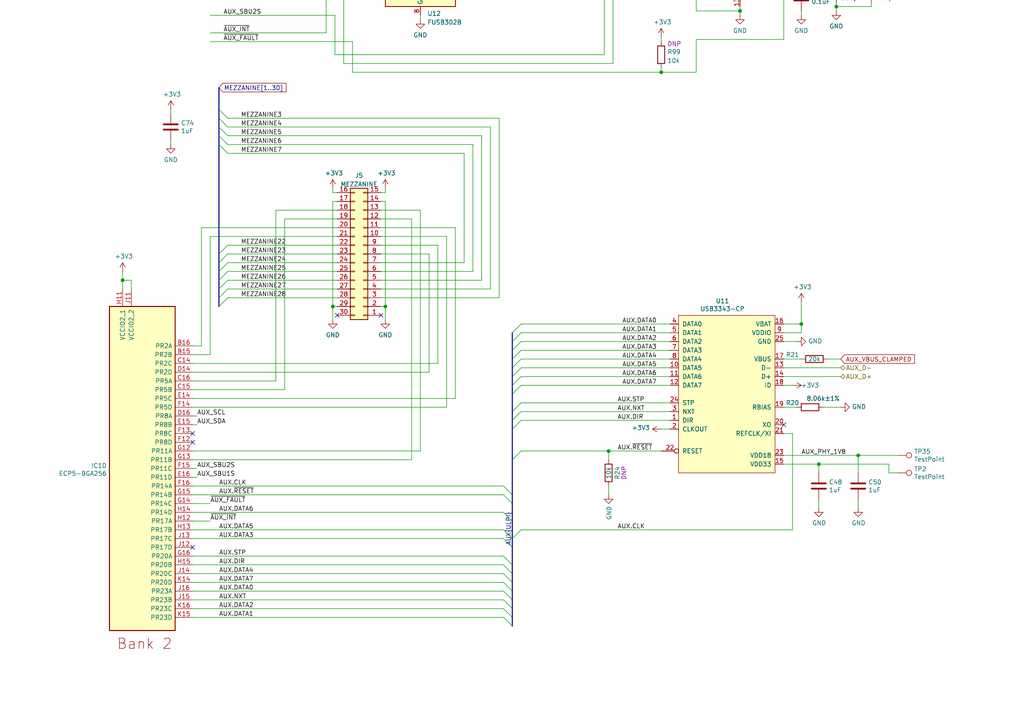
<source format=kicad_sch>
(kicad_sch (version 20211123) (generator eeschema)
  (paper "A4")
  (title_block (title "LUNA USB Multitool") (date "${DATE}") (rev "${VERSION}") (company "Copyright 2019-2023 Great Scott Gadgets") (comment 1 "Licensed under the CERN-OHL-P v2"))
  (junction (at 251.46 -30.48))
  (junction (at 242.57 -10.795))
  (junction (at 252.73 -8.255))
  (junction (at 237.49 134.62))
  (junction (at 176.53 130.81))
  (junction (at 140.97 -25.4))
  (junction (at 35.56 81.28))
  (junction (at 96.52 88.9))
  (junction (at 251.46 -40.64))
  (junction (at 240.03 -30.48))
  (junction (at 214.63 3.175))
  (junction (at 240.03 -40.64))
  (junction (at 242.57 1.905))
  (junction (at 111.76 88.9))
  (junction (at 262.89 -30.48))
  (junction (at 262.89 -40.64))
  (junction (at 248.92 132.08))
  (junction (at 191.77 20.955))
  (junction (at 170.18 -25.4))
  (junction (at 104.775 -3.175))
  (junction (at 97.155 -19.685))
  (junction (at 97.155 -5.715))
  (junction (at 89.535 -8.255))
  (junction (at 89.535 -19.685))
  (junction (at 232.41 93.98))
  (junction (at 124.46 -25.4))
  (no_connect (at 55.88 125.73))
  (no_connect (at 55.88 158.75))
  (no_connect (at 55.88 128.27))
  (no_connect (at 97.79 91.44))
  (no_connect (at 227.33 123.19))
  (no_connect (at 110.49 91.44))
  (bus_entry (at 146.05 166.37) (size 2.54 2.54))
  (bus_entry (at 148.59 124.46) (size 2.54 -2.54))
  (bus_entry (at 148.59 101.6) (size 2.54 -2.54))
  (bus_entry (at 146.05 161.29) (size 2.54 2.54))
  (bus_entry (at 146.05 168.91) (size 2.54 2.54))
  (bus_entry (at 146.05 153.67) (size 2.54 2.54))
  (bus_entry (at 63.5 36.83) (size 2.54 2.54))
  (bus_entry (at 63.5 88.9) (size 2.54 -2.54))
  (bus_entry (at 151.13 130.81) (size -2.54 2.54))
  (bus_entry (at 146.05 140.97) (size 2.54 2.54))
  (bus_entry (at 148.59 114.3) (size 2.54 -2.54))
  (bus_entry (at 148.59 119.38) (size 2.54 -2.54))
  (bus_entry (at 148.59 156.21) (size 2.54 -2.54))
  (bus_entry (at 63.5 81.28) (size 2.54 -2.54))
  (bus_entry (at 63.5 86.36) (size 2.54 -2.54))
  (bus_entry (at 146.05 163.83) (size 2.54 2.54))
  (bus_entry (at 146.05 156.21) (size 2.54 2.54))
  (bus_entry (at 148.59 121.92) (size 2.54 -2.54))
  (bus_entry (at 146.05 148.59) (size 2.54 2.54))
  (bus_entry (at 148.59 106.68) (size 2.54 -2.54))
  (bus_entry (at 63.5 83.82) (size 2.54 -2.54))
  (bus_entry (at 63.5 34.29) (size 2.54 2.54))
  (bus_entry (at 146.05 143.51) (size 2.54 2.54))
  (bus_entry (at 63.5 31.75) (size 2.54 2.54))
  (bus_entry (at 146.05 173.99) (size 2.54 2.54))
  (bus_entry (at 63.5 76.2) (size 2.54 -2.54))
  (bus_entry (at 146.05 171.45) (size 2.54 2.54))
  (bus_entry (at 63.5 41.91) (size 2.54 2.54))
  (bus_entry (at 148.59 104.14) (size 2.54 -2.54))
  (bus_entry (at 146.05 179.07) (size 2.54 2.54))
  (bus_entry (at 148.59 109.22) (size 2.54 -2.54))
  (bus_entry (at 63.5 39.37) (size 2.54 2.54))
  (bus_entry (at 146.05 176.53) (size 2.54 2.54))
  (bus_entry (at 63.5 78.74) (size 2.54 -2.54))
  (bus_entry (at 151.13 93.98) (size -2.54 2.54))
  (bus_entry (at 148.59 111.76) (size 2.54 -2.54))
  (bus_entry (at 63.5 73.66) (size 2.54 -2.54))
  (bus_entry (at 148.59 99.06) (size 2.54 -2.54))
  (wire (pts (xy 248.92 147.32) (xy 248.92 144.78)))
  (bus (pts (xy 148.59 166.37) (xy 148.59 168.91)))
  (wire (pts (xy 226.06 -5.715) (xy 232.41 -5.715)))
  (wire (pts (xy 60.96 68.58) (xy 97.79 68.58)))
  (bus (pts (xy 63.5 86.36) (xy 63.5 88.9)))
  (wire (pts (xy 129.54 118.11) (xy 129.54 68.58)))
  (wire (pts (xy 66.04 83.82) (xy 97.79 83.82)))
  (wire (pts (xy 55.88 140.97) (xy 146.05 140.97)))
  (wire (pts (xy 66.04 36.83) (xy 142.24 36.83)))
  (wire (pts (xy 119.38 -25.4) (xy 119.38 -15.875)))
  (wire (pts (xy 55.88 173.99) (xy 146.05 173.99)))
  (wire (pts (xy 94.615 9.525) (xy 60.96 9.525)))
  (wire (pts (xy 127 71.12) (xy 127 105.41)))
  (wire (pts (xy 58.42 100.33) (xy 58.42 66.04)))
  (bus (pts (xy 148.59 143.51) (xy 148.59 146.05)))
  (wire (pts (xy 127 105.41) (xy 55.88 105.41)))
  (wire (pts (xy 132.08 115.57) (xy 55.88 115.57)))
  (wire (pts (xy 226.06 -3.175) (xy 227.33 -3.175)))
  (wire (pts (xy 139.7 81.28) (xy 110.49 81.28)))
  (wire (pts (xy 104.775 -19.685) (xy 104.775 -18.415)))
  (wire (pts (xy 134.62 -5.715) (xy 203.2 -5.715)))
  (wire (pts (xy 55.88 176.53) (xy 146.05 176.53)))
  (wire (pts (xy 170.18 -16.51) (xy 170.18 -15.24)))
  (wire (pts (xy 66.04 39.37) (xy 139.7 39.37)))
  (wire (pts (xy 229.87 153.67) (xy 229.87 125.73)))
  (wire (pts (xy 66.04 78.74) (xy 97.79 78.74)))
  (wire (pts (xy 227.33 134.62) (xy 237.49 134.62)))
  (wire (pts (xy 102.235 20.955) (xy 102.235 12.065)))
  (wire (pts (xy 140.97 -25.4) (xy 140.97 -24.13)))
  (bus (pts (xy 63.5 34.29) (xy 63.5 36.83)))
  (wire (pts (xy 124.46 107.95) (xy 124.46 73.66)))
  (wire (pts (xy 240.03 -41.91) (xy 240.03 -40.64)))
  (wire (pts (xy 121.92 5.715) (xy 121.92 4.445)))
  (wire (pts (xy 146.05 148.59) (xy 55.88 148.59)))
  (wire (pts (xy 194.31 104.14) (xy 151.13 104.14)))
  (wire (pts (xy 170.18 -35.56) (xy 171.45 -35.56)))
  (wire (pts (xy 55.88 168.91) (xy 146.05 168.91)))
  (wire (pts (xy 194.31 124.46) (xy 191.77 124.46)))
  (wire (pts (xy 55.88 107.95) (xy 124.46 107.95)))
  (wire (pts (xy 111.76 55.88) (xy 111.76 54.61)))
  (bus (pts (xy 63.5 36.83) (xy 63.5 39.37)))
  (wire (pts (xy 232.41 96.52) (xy 227.33 96.52)))
  (wire (pts (xy 96.52 58.42) (xy 96.52 88.9)))
  (wire (pts (xy 194.31 101.6) (xy 151.13 101.6)))
  (wire (pts (xy 240.03 -31.75) (xy 240.03 -30.48)))
  (bus (pts (xy 148.59 119.38) (xy 148.59 121.92)))
  (wire (pts (xy 110.49 60.96) (xy 121.92 60.96)))
  (wire (pts (xy 60.96 146.05) (xy 55.88 146.05)))
  (wire (pts (xy 176.53 133.35) (xy 176.53 130.81)))
  (wire (pts (xy 55.88 161.29) (xy 146.05 161.29)))
  (wire (pts (xy 55.88 153.67) (xy 146.05 153.67)))
  (wire (pts (xy 170.18 -26.67) (xy 170.18 -25.4)))
  (wire (pts (xy 94.615 -3.175) (xy 94.615 9.525)))
  (bus (pts (xy 63.5 73.66) (xy 63.5 76.2)))
  (bus (pts (xy 148.59 156.21) (xy 148.59 158.75)))
  (wire (pts (xy 194.31 99.06) (xy 151.13 99.06)))
  (wire (pts (xy 274.32 -31.75) (xy 274.32 -30.48)))
  (bus (pts (xy 148.59 104.14) (xy 148.59 106.68)))
  (wire (pts (xy 104.775 -10.795) (xy 104.775 -3.175)))
  (wire (pts (xy 226.06 -8.255) (xy 252.73 -8.255)))
  (wire (pts (xy 60.96 -3.175) (xy 92.075 -3.175)))
  (bus (pts (xy 148.59 114.3) (xy 148.59 119.38)))
  (wire (pts (xy 35.56 83.82) (xy 35.56 81.28)))
  (wire (pts (xy 60.96 12.065) (xy 102.235 12.065)))
  (wire (pts (xy 89.535 -20.955) (xy 89.535 -19.685)))
  (wire (pts (xy 110.49 58.42) (xy 111.76 58.42)))
  (wire (pts (xy 80.01 60.96) (xy 97.79 60.96)))
  (wire (pts (xy 227.33 -3.175) (xy 227.33 11.43)))
  (wire (pts (xy 66.04 76.2) (xy 97.79 76.2)))
  (wire (pts (xy 97.155 15.875) (xy 97.155 4.445)))
  (wire (pts (xy 55.88 143.51) (xy 146.05 143.51)))
  (bus (pts (xy 63.5 81.28) (xy 63.5 83.82)))
  (wire (pts (xy 194.31 93.98) (xy 151.13 93.98)))
  (bus (pts (xy 63.5 31.75) (xy 63.5 34.29)))
  (wire (pts (xy 201.93 11.43) (xy 227.33 11.43)))
  (bus (pts (xy 148.59 121.92) (xy 148.59 124.46)))
  (wire (pts (xy 110.49 88.9) (xy 111.76 88.9)))
  (wire (pts (xy 119.38 133.35) (xy 119.38 63.5)))
  (wire (pts (xy 49.53 40.64) (xy 49.53 41.91)))
  (wire (pts (xy 240.03 104.14) (xy 243.84 104.14)))
  (wire (pts (xy 240.03 -40.64) (xy 240.03 -39.37)))
  (wire (pts (xy 140.97 -26.67) (xy 140.97 -25.4)))
  (bus (pts (xy 63.5 78.74) (xy 63.5 81.28)))
  (wire (pts (xy 237.49 147.32) (xy 237.49 144.78)))
  (wire (pts (xy 232.41 104.14) (xy 227.33 104.14)))
  (wire (pts (xy 203.2 -8.255) (xy 177.8 -8.255)))
  (wire (pts (xy 194.31 116.84) (xy 151.13 116.84)))
  (bus (pts (xy 148.59 96.52) (xy 148.59 99.06)))
  (wire (pts (xy 251.46 -31.75) (xy 251.46 -30.48)))
  (wire (pts (xy 242.57 1.905) (xy 252.73 1.905)))
  (wire (pts (xy 111.76 58.42) (xy 111.76 88.9)))
  (wire (pts (xy 111.76 88.9) (xy 111.76 92.71)))
  (bus (pts (xy 63.5 25.4) (xy 63.5 31.75)))
  (wire (pts (xy 227.33 93.98) (xy 232.41 93.98)))
  (wire (pts (xy 227.33 111.76) (xy 229.87 111.76)))
  (wire (pts (xy 124.46 -25.4) (xy 124.46 -31.115)))
  (wire (pts (xy 104.775 -3.175) (xy 109.22 -3.175)))
  (wire (pts (xy 129.54 68.58) (xy 110.49 68.58)))
  (wire (pts (xy 240.03 -30.48) (xy 251.46 -30.48)))
  (wire (pts (xy 35.56 81.28) (xy 35.56 78.74)))
  (wire (pts (xy 140.97 -16.51) (xy 140.97 -15.24)))
  (wire (pts (xy 251.46 -40.64) (xy 240.03 -40.64)))
  (wire (pts (xy 214.63 3.175) (xy 214.63 4.445)))
  (bus (pts (xy 148.59 106.68) (xy 148.59 109.22)))
  (wire (pts (xy 134.62 -8.255) (xy 160.02 -8.255)))
  (wire (pts (xy 137.16 78.74) (xy 110.49 78.74)))
  (wire (pts (xy 175.26 -10.795) (xy 203.2 -10.795)))
  (wire (pts (xy 240.03 -30.48) (xy 240.03 -29.21)))
  (wire (pts (xy 170.18 -25.4) (xy 170.18 -24.13)))
  (wire (pts (xy 232.41 96.52) (xy 232.41 93.98)))
  (bus (pts (xy 148.59 146.05) (xy 148.59 151.13)))
  (wire (pts (xy 191.77 20.955) (xy 191.77 19.685)))
  (wire (pts (xy 66.04 73.66) (xy 97.79 73.66)))
  (bus (pts (xy 148.59 133.35) (xy 148.59 143.51)))
  (bus (pts (xy 148.59 173.99) (xy 148.59 176.53)))
  (wire (pts (xy 151.13 119.38) (xy 194.31 119.38)))
  (wire (pts (xy 96.52 55.88) (xy 96.52 54.61)))
  (wire (pts (xy 194.31 111.76) (xy 151.13 111.76)))
  (wire (pts (xy 151.13 153.67) (xy 229.87 153.67)))
  (wire (pts (xy 121.92 130.81) (xy 55.88 130.81)))
  (wire (pts (xy 243.84 118.11) (xy 238.76 118.11)))
  (wire (pts (xy 124.46 -25.4) (xy 121.92 -25.4)))
  (wire (pts (xy 134.62 76.2) (xy 134.62 44.45)))
  (wire (pts (xy 55.88 118.11) (xy 129.54 118.11)))
  (wire (pts (xy 97.155 4.445) (xy 60.96 4.445)))
  (wire (pts (xy 89.535 -8.255) (xy 109.22 -8.255)))
  (wire (pts (xy 252.73 -6.985) (xy 252.73 -8.255)))
  (wire (pts (xy 194.31 109.22) (xy 151.13 109.22)))
  (wire (pts (xy 214.63 3.175) (xy 214.63 1.905)))
  (wire (pts (xy 262.89 -31.75) (xy 262.89 -30.48)))
  (wire (pts (xy 92.075 -5.715) (xy 97.155 -5.715)))
  (bus (pts (xy 148.59 163.83) (xy 148.59 166.37)))
  (wire (pts (xy 139.7 39.37) (xy 139.7 81.28)))
  (wire (pts (xy 66.04 34.29) (xy 144.78 34.29)))
  (wire (pts (xy 99.695 -0.635) (xy 99.695 18.415)))
  (wire (pts (xy 97.79 55.88) (xy 96.52 55.88)))
  (wire (pts (xy 55.88 102.87) (xy 60.96 102.87)))
  (bus (pts (xy 148.59 109.22) (xy 148.59 111.76)))
  (wire (pts (xy 252.73 1.905) (xy 252.73 0.635)))
  (wire (pts (xy 121.92 60.96) (xy 121.92 130.81)))
  (wire (pts (xy 38.1 81.28) (xy 38.1 83.82)))
  (wire (pts (xy 97.79 88.9) (xy 96.52 88.9)))
  (wire (pts (xy 99.695 18.415) (xy 177.8 18.415)))
  (wire (pts (xy 257.81 134.62) (xy 237.49 134.62)))
  (wire (pts (xy 201.93 -17.145) (xy 201.93 -15.875)))
  (wire (pts (xy 144.78 86.36) (xy 110.49 86.36)))
  (bus (pts (xy 148.59 176.53) (xy 148.59 179.07)))
  (wire (pts (xy 97.155 -19.685) (xy 104.775 -19.685)))
  (wire (pts (xy 55.88 171.45) (xy 146.05 171.45)))
  (wire (pts (xy 94.615 -3.175) (xy 104.775 -3.175)))
  (wire (pts (xy 194.31 96.52) (xy 151.13 96.52)))
  (wire (pts (xy 257.81 137.16) (xy 257.81 134.62)))
  (wire (pts (xy 66.04 86.36) (xy 97.79 86.36)))
  (wire (pts (xy 55.88 120.65) (xy 57.15 120.65)))
  (wire (pts (xy 110.49 55.88) (xy 111.76 55.88)))
  (wire (pts (xy 227.33 99.06) (xy 231.14 99.06)))
  (wire (pts (xy 124.46 -25.4) (xy 124.46 -15.875)))
  (bus (pts (xy 148.59 101.6) (xy 148.59 104.14)))
  (bus (pts (xy 148.59 99.06) (xy 148.59 101.6)))
  (wire (pts (xy 201.93 -13.335) (xy 201.93 3.175)))
  (wire (pts (xy 232.41 -5.715) (xy 232.41 -4.445)))
  (wire (pts (xy 60.96 151.13) (xy 55.88 151.13)))
  (wire (pts (xy 232.41 93.98) (xy 232.41 87.63)))
  (bus (pts (xy 148.59 179.07) (xy 148.59 181.61)))
  (wire (pts (xy 248.92 132.08) (xy 260.35 132.08)))
  (wire (pts (xy 124.46 -25.4) (xy 140.97 -25.4)))
  (wire (pts (xy 160.02 -25.4) (xy 170.18 -25.4)))
  (wire (pts (xy 227.33 109.22) (xy 243.84 109.22)))
  (wire (pts (xy 146.05 156.21) (xy 55.88 156.21)))
  (bus (pts (xy 63.5 76.2) (xy 63.5 78.74)))
  (wire (pts (xy 110.49 71.12) (xy 127 71.12)))
  (wire (pts (xy 201.93 3.175) (xy 214.63 3.175)))
  (wire (pts (xy 97.155 -5.715) (xy 109.22 -5.715)))
  (wire (pts (xy 80.01 110.49) (xy 80.01 60.96)))
  (wire (pts (xy 55.88 166.37) (xy 146.05 166.37)))
  (wire (pts (xy 191.77 12.065) (xy 191.77 10.795)))
  (wire (pts (xy 55.88 138.43) (xy 57.15 138.43)))
  (wire (pts (xy 66.04 71.12) (xy 97.79 71.12)))
  (wire (pts (xy 58.42 66.04) (xy 97.79 66.04)))
  (wire (pts (xy 66.04 44.45) (xy 134.62 44.45)))
  (bus (pts (xy 148.59 158.75) (xy 148.59 163.83)))
  (wire (pts (xy 237.49 134.62) (xy 237.49 137.16)))
  (wire (pts (xy 110.49 66.04) (xy 132.08 66.04)))
  (wire (pts (xy 226.06 -15.875) (xy 228.6 -15.875)))
  (wire (pts (xy 252.73 -8.255) (xy 255.27 -8.255)))
  (wire (pts (xy 97.79 63.5) (xy 82.55 63.5)))
  (bus (pts (xy 148.59 151.13) (xy 148.59 156.21)))
  (bus (pts (xy 148.59 171.45) (xy 148.59 173.99)))
  (wire (pts (xy 232.41 3.175) (xy 232.41 4.445)))
  (wire (pts (xy 176.53 130.81) (xy 151.13 130.81)))
  (wire (pts (xy 177.8 -8.255) (xy 177.8 18.415)))
  (wire (pts (xy 170.18 -34.29) (xy 170.18 -35.56)))
  (wire (pts (xy 262.89 -30.48) (xy 251.46 -30.48)))
  (wire (pts (xy 82.55 63.5) (xy 82.55 113.03)))
  (wire (pts (xy 262.89 -40.64) (xy 251.46 -40.64)))
  (wire (pts (xy 142.24 36.83) (xy 142.24 83.82)))
  (wire (pts (xy 55.88 100.33) (xy 58.42 100.33)))
  (wire (pts (xy 191.77 20.955) (xy 102.235 20.955)))
  (wire (pts (xy 170.18 -25.4) (xy 171.45 -25.4)))
  (wire (pts (xy 55.88 163.83) (xy 146.05 163.83)))
  (wire (pts (xy 66.04 81.28) (xy 97.79 81.28)))
  (wire (pts (xy 89.535 -19.685) (xy 89.535 -18.415)))
  (wire (pts (xy 274.32 -30.48) (xy 262.89 -30.48)))
  (wire (pts (xy 175.26 15.875) (xy 175.26 -10.795)))
  (wire (pts (xy 134.62 -3.175) (xy 203.2 -3.175)))
  (wire (pts (xy 262.89 -40.64) (xy 274.32 -40.64)))
  (wire (pts (xy 242.57 -6.985) (xy 242.57 -10.795)))
  (wire (pts (xy 60.96 -0.635) (xy 99.695 -0.635)))
  (bus (pts (xy 63.5 41.91) (xy 63.5 73.66)))
  (wire (pts (xy 132.08 66.04) (xy 132.08 115.57)))
  (wire (pts (xy 55.88 179.07) (xy 146.05 179.07)))
  (wire (pts (xy 96.52 88.9) (xy 96.52 92.71)))
  (wire (pts (xy 57.15 135.89) (xy 55.88 135.89)))
  (wire (pts (xy 262.89 -40.64) (xy 262.89 -39.37)))
  (wire (pts (xy 251.46 -40.64) (xy 251.46 -39.37)))
  (wire (pts (xy 66.04 41.91) (xy 137.16 41.91)))
  (wire (pts (xy 242.57 0.635) (xy 242.57 1.905)))
  (wire (pts (xy 226.06 -10.795) (xy 242.57 -10.795)))
  (wire (pts (xy 176.53 143.51) (xy 176.53 140.97)))
  (wire (pts (xy 227.33 106.68) (xy 243.84 106.68)))
  (wire (pts (xy 97.155 -5.715) (xy 97.155 -10.795)))
  (wire (pts (xy 49.53 31.75) (xy 49.53 33.02)))
  (wire (pts (xy 274.32 -40.64) (xy 274.32 -39.37)))
  (wire (pts (xy 203.2 -13.335) (xy 201.93 -13.335)))
  (wire (pts (xy 92.075 -5.715) (xy 92.075 -3.175)))
  (wire (pts (xy 194.31 106.68) (xy 151.13 106.68)))
  (wire (pts (xy 242.57 1.905) (xy 242.57 3.175)))
  (wire (pts (xy 110.49 76.2) (xy 134.62 76.2)))
  (wire (pts (xy 144.78 34.29) (xy 144.78 86.36)))
  (bus (pts (xy 148.59 111.76) (xy 148.59 114.3)))
  (wire (pts (xy 248.92 137.16) (xy 248.92 132.08)))
  (wire (pts (xy 89.535 -5.715) (xy 89.535 -8.255)))
  (wire (pts (xy 97.155 -18.415) (xy 97.155 -19.685)))
  (wire (pts (xy 242.57 -10.795) (xy 255.27 -10.795)))
  (bus (pts (xy 148.59 124.46) (xy 148.59 133.35)))
  (wire (pts (xy 60.96 102.87) (xy 60.96 68.58)))
  (wire (pts (xy 89.535 -19.685) (xy 97.155 -19.685)))
  (wire (pts (xy 142.24 -25.4) (xy 140.97 -25.4)))
  (wire (pts (xy 60.96 -5.715) (xy 89.535 -5.715)))
  (wire (pts (xy 57.15 123.19) (xy 55.88 123.19)))
  (wire (pts (xy 55.88 133.35) (xy 119.38 133.35)))
  (wire (pts (xy 226.06 -13.335) (xy 228.6 -13.335)))
  (wire (pts (xy 97.79 58.42) (xy 96.52 58.42)))
  (wire (pts (xy 55.88 110.49) (xy 80.01 110.49)))
  (wire (pts (xy 175.26 15.875) (xy 97.155 15.875)))
  (wire (pts (xy 260.35 137.16) (xy 257.81 137.16)))
  (wire (pts (xy 231.14 118.11) (xy 227.33 118.11)))
  (bus (pts (xy 63.5 83.82) (xy 63.5 86.36)))
  (wire (pts (xy 201.93 11.43) (xy 201.93 20.955)))
  (wire (pts (xy 191.77 130.81) (xy 176.53 130.81)))
  (wire (pts (xy 227.33 132.08) (xy 248.92 132.08)))
  (wire (pts (xy 124.46 73.66) (xy 110.49 73.66)))
  (bus (pts (xy 63.5 39.37) (xy 63.5 41.91)))
  (bus (pts (xy 148.59 168.91) (xy 148.59 171.45)))
  (wire (pts (xy 82.55 113.03) (xy 55.88 113.03)))
  (wire (pts (xy 89.535 -8.255) (xy 89.535 -10.795)))
  (wire (pts (xy 121.92 -25.4) (xy 121.92 -15.875)))
  (wire (pts (xy 194.31 121.92) (xy 151.13 121.92)))
  (wire (pts (xy 140.97 -34.29) (xy 140.97 -35.56)))
  (wire (pts (xy 137.16 41.91) (xy 137.16 78.74)))
  (wire (pts (xy 227.33 125.73) (xy 229.87 125.73)))
  (wire (pts (xy 110.49 63.5) (xy 119.38 63.5)))
  (wire (pts (xy 160.02 -8.255) (xy 160.02 -25.4)))
  (wire (pts (xy 201.93 20.955) (xy 191.77 20.955)))
  (wire (pts (xy 35.56 81.28) (xy 38.1 81.28)))
  (wire (pts (xy 201.93 -15.875) (xy 203.2 -15.875)))
  (wire (pts (xy 142.24 83.82) (xy 110.49 83.82)))
  (text "AUX SBU connections swapped\nfor routing convenience" (at 198.755 -27.305 0) (effects (font (size 1.27 1.27)) (justify left bottom)))
  (label "AUX.DATA1" (at 63.5 179.07 0))
  (label "MEZZANINE23" (at 69.85 73.66 0))
  (label "AUX_SCL" (at 64.77 -3.175 0))
  (label "AUX.~{RESET}" (at 63.5 143.51 0))
  (label "~{AUX_INT}" (at 64.77 9.525 0))
  (label "AUX.~{RESET}" (at 179.07 130.81 0))
  (label "MEZZANINE6" (at 69.85 41.91 0))
  (label "AUX_VCONN" (at 127 -25.4 0))
  (label "MEZZANINE26" (at 69.85 81.28 0))
  (label "AUX.DIR" (at 179.07 121.92 0))
  (label "AUX.STP" (at 179.07 116.84 0))
  (label "AUX.DATA5" (at 63.5 153.67 0))
  (label "MEZZANINE3" (at 69.85 34.29 0))
  (label "AUX_SDA" (at 57.15 123.19 0))
  (label "MEZZANINE5" (at 69.85 39.37 0))
  (label "~{AUX_FAULT}" (at 60.96 146.05 0))
  (label "MEZZANINE27" (at 69.85 83.82 0))
  (label "MEZZANINE28" (at 69.85 86.36 0))
  (label "AUX_SBU1S" (at 64.77 -0.635 0))
  (label "AUX.DATA7" (at 190.5 111.76 180))
  (label "AUX_SCL" (at 57.15 120.65 0))
  (label "AUX_CC2S" (at 182.88 -3.175 0))
  (label "AUX.DATA6" (at 190.5 109.22 180))
  (label "AUX_SBU2S" (at 57.15 135.89 0))
  (label "MEZZANINE24" (at 69.85 76.2 0))
  (label "AUX.STP" (at 63.5 161.29 0))
  (label "AUX.DIR" (at 63.5 163.83 0))
  (label "~{AUX_INT}" (at 60.96 151.13 0))
  (label "MEZZANINE22" (at 69.85 71.12 0))
  (label "~{AUX_FAULT}" (at 64.77 12.065 0))
  (label "AUX.DATA7" (at 63.5 168.91 0))
  (label "MEZZANINE4" (at 69.85 36.83 0))
  (label "MEZZANINE25" (at 69.85 78.74 0))
  (label "AUX.DATA3" (at 63.5 156.21 0))
  (label "AUX{ULPI}" (at 148.59 158.115 90))
  (label "AUX.CLK" (at 63.5 140.97 0))
  (label "AUX.CLK" (at 179.07 153.67 0))
  (label "AUX_SBU1S" (at 57.15 138.43 0))
  (label "AUX_SBU2S" (at 64.77 4.445 0))
  (label "AUX.DATA3" (at 190.5 101.6 180))
  (label "AUX.DATA6" (at 63.5 148.59 0))
  (label "AUX.DATA2" (at 63.5 176.53 0))
  (label "AUX.DATA0" (at 63.5 171.45 0))
  (label "AUX.DATA1" (at 190.5 96.52 180))
  (label "AUX.DATA4" (at 63.5 166.37 0))
  (label "MEZZANINE7" (at 69.85 44.45 0))
  (label "AUX.DATA4" (at 190.5 104.14 180))
  (label "AUX.DATA2" (at 190.5 99.06 180))
  (label "AUX_PHY_1V8" (at 232.41 132.08 0))
  (label "AUX.DATA5" (at 190.5 106.68 180))
  (label "AUX.NXT" (at 179.07 119.38 0))
  (label "AUX.NXT" (at 63.5 173.99 0))
  (label "AUX_SDA" (at 64.77 -5.715 0))
  (label "AUX_CC1S" (at 182.88 -5.715 0))
  (label "AUX.DATA0" (at 190.5 93.98 180))
  (global_label "AUX_VBUS_CLAMPED" (shape input) (at 243.84 104.14 0) (property "Intersheet References" "${INTERSHEET_REFS}" (effects hide)))
  (global_label "AUX_VBUS_CLAMPED" (shape input) (at 171.45 -25.4 0) (property "Intersheet References" "${INTERSHEET_REFS}" (effects hide)))
  (global_label "MEZZANINE[1..30]" (shape input) (at 63.5 25.4 0) (property "Intersheet References" "${INTERSHEET_REFS}" (effects hide)))
  (global_label "AUX_VBUS_IN" (shape input) (at 171.45 -35.56 0) (property "Intersheet References" "${INTERSHEET_REFS}" (effects hide)))
  (hierarchical_label "AUX_D-" (shape bidirectional) (at 243.84 106.68 0))
  (hierarchical_label "AUX_SBU1" (shape bidirectional) (at 228.6 -13.335 0))
  (hierarchical_label "AUX_CC1" (shape bidirectional) (at 255.27 -10.795 0))
  (hierarchical_label "AUX_CC2" (shape bidirectional) (at 255.27 -8.255 0))
  (hierarchical_label "AUX_SBU2" (shape bidirectional) (at 228.6 -15.875 0))
  (hierarchical_label "AUX_D+" (shape bidirectional) (at 243.84 109.22 0))
  (symbol (lib_id "power:+3V3") (at 191.77 124.46 90) (unit 1)
    (property "Reference" "#PWR088" (effects hide))
    (property "Value" "+3V3" (at 188.5188 124.079 90) (effects (justify left)))
  )
  (symbol (lib_id "usb:USB3343") (at 194.31 91.44 0) (unit 1)
    (property "Reference" "U11" (at 209.55 87.2998 0))
    (property "Value" "USB3343-CP" (at 209.55 89.5858 0))
    (property "Footprint" "Package_DFN_QFN:VQFN-24-1EP_4x4mm_P0.5mm_EP2.45x2.45mm" (effects hide))
    (property "Datasheet" "http://ww1.microchip.com/downloads/en/DeviceDoc/334x.pdf" (effects hide))
    (property "Description" "IC TRANSCEIVER 1/1 24QFN" (effects hide))
    (property "Manufacturer" "Microchip" (effects hide))
    (property "Part Number" "USB3343-CP" (effects hide))
  )
  (symbol (lib_id "Device:C") (at 237.49 140.97 0) (unit 1)
    (property "Reference" "C48" (at 240.411 139.827 0) (effects (justify left)))
    (property "Value" "1uF" (at 240.411 142.113 0) (effects (justify left)))
    (property "Footprint" "Capacitor_SMD:C_0402_1005Metric" (effects hide))
    (property "Part Number" "CL05A105MQ5NNNC" (effects hide))
    (property "Substitution" "CL05A105KQ5NNNC, CL05A105KP5NNNC, CL05A105KO5NNNC" (effects hide))
    (property "Description" "CAP CER 1UF 6.3V X5R 0402 20%" (effects hide))
    (property "Manufacturer" "Samsung" (effects hide))
  )
  (symbol (lib_id "power:GND") (at 237.49 147.32 0) (unit 1)
    (property "Reference" "#PWR094" (effects hide))
    (property "Value" "GND" (at 237.5916 151.6888 0))
  )
  (symbol (lib_id "Device:C") (at 248.92 140.97 0) (unit 1)
    (property "Reference" "C50" (at 251.841 139.827 0) (effects (justify left)))
    (property "Value" "1uF" (at 251.841 142.113 0) (effects (justify left)))
    (property "Footprint" "Capacitor_SMD:C_0402_1005Metric" (effects hide))
    (property "Part Number" "CL05A105MQ5NNNC" (effects hide))
    (property "Substitution" "CL05A105KQ5NNNC, CL05A105KP5NNNC, CL05A105KO5NNNC" (effects hide))
    (property "Description" "CAP CER 1UF 6.3V X5R 0402 20%" (effects hide))
    (property "Manufacturer" "Samsung" (effects hide))
  )
  (symbol (lib_id "power:GND") (at 248.92 147.32 0) (unit 1)
    (property "Reference" "#PWR098" (effects hide))
    (property "Value" "GND" (at 249.0216 151.6888 0))
  )
  (symbol (lib_id "power:GND") (at 231.14 99.06 90) (unit 1)
    (property "Reference" "#PWR091" (effects hide))
    (property "Value" "GND" (at 234.3912 98.933 90) (effects (justify right)))
  )
  (symbol (lib_id "power:+3V3") (at 232.41 87.63 0) (unit 1)
    (property "Reference" "#PWR093" (effects hide))
    (property "Value" "+3V3" (at 232.7656 83.2358 0))
  )
  (symbol (lib_id "Device:R") (at 234.95 118.11 270) (unit 1)
    (property "Reference" "R20" (at 229.87 116.84 90))
    (property "Value" "8.06k±1%" (at 238.76 115.57 90))
    (property "Footprint" "Resistor_SMD:R_0402_1005Metric" (effects hide))
    (property "Description" "RES SMD 8.06K OHM 1% 1/10W 0402" (effects hide))
    (property "Manufacturer" "Panasonic" (effects hide))
    (property "Part Number" "ERJ-2RKF8061X" (effects hide))
    (property "Substitution" "any equivalent" (effects hide))
  )
  (symbol (lib_id "power:GND") (at 243.84 118.11 90) (unit 1)
    (property "Reference" "#PWR097" (effects hide))
    (property "Value" "GND" (at 247.0912 117.983 90) (effects (justify right)))
  )
  (symbol (lib_id "Device:R") (at 236.22 104.14 270) (unit 1)
    (property "Reference" "R21" (at 229.87 102.87 90))
    (property "Value" "20k" (at 236.22 104.14 90))
    (property "Footprint" "Resistor_SMD:R_0402_1005Metric" (effects hide))
    (property "Description" "RES SMD 20K OHM 5% 1/16W 0402" (effects hide))
    (property "Manufacturer" "Yageo" (effects hide))
    (property "Part Number" "RC0402JR-0720KL" (effects hide))
    (property "Substitution" "any equivalent" (effects hide))
  )
  (symbol (lib_id "power:+3V3") (at 35.56 78.74 0) (unit 1)
    (property "Reference" "#PWR087" (effects hide))
    (property "Value" "+3V3" (at 35.9156 74.3458 0))
  )
  (symbol (lib_id "Device:C") (at 251.46 -35.56 0) (unit 1)
    (property "Reference" "C46" (at 254.381 -36.703 0) (effects (justify left)))
    (property "Value" "0.1uF" (at 254.381 -34.417 0) (effects (justify left)))
    (property "Footprint" "Capacitor_SMD:C_0402_1005Metric" (effects hide))
    (property "Part Number" "CL05A104KA5NNNC" (effects hide))
    (property "Substitution" "any equivalent" (effects hide))
    (property "Description" "CAP CER 0.1UF 25V X5R 0402" (effects hide))
    (property "Manufacturer" "Samsung" (effects hide))
  )
  (symbol (lib_id "Device:C") (at 262.89 -35.56 0) (unit 1)
    (property "Reference" "C49" (at 265.811 -36.703 0) (effects (justify left)))
    (property "Value" "1uF" (at 265.811 -34.417 0) (effects (justify left)))
    (property "Footprint" "Capacitor_SMD:C_0402_1005Metric" (effects hide))
    (property "Part Number" "CL05A105MQ5NNNC" (effects hide))
    (property "Substitution" "CL05A105KQ5NNNC, CL05A105KP5NNNC, CL05A105KO5NNNC" (effects hide))
    (property "Description" "CAP CER 1UF 6.3V X5R 0402 20%" (effects hide))
    (property "Manufacturer" "Samsung" (effects hide))
  )
  (symbol (lib_id "power:+3V3") (at 240.03 -41.91 0) (unit 1)
    (property "Reference" "#PWR095" (effects hide))
    (property "Value" "+3V3" (at 240.3856 -46.3042 0))
  )
  (symbol (lib_id "power:GND") (at 240.03 -29.21 0) (unit 1)
    (property "Reference" "#PWR090" (effects hide))
    (property "Value" "GND" (at 240.1316 -24.8412 0))
  )
  (symbol (lib_id "Device:R") (at 176.53 137.16 0) (unit 1)
    (property "Reference" "R24" (at 179.07 137.16 90))
    (property "Value" "10k" (at 176.53 137.16 90))
    (property "Footprint" "Resistor_SMD:R_0402_1005Metric" (effects hide))
    (property "Part Number" "RC0402JR-0710KL" (effects hide))
    (property "Substitution" "any equivalent" (effects hide))
    (property "Description" "RES 10K OHM 5% 1/16W 0402" (effects hide))
    (property "Manufacturer" "Yageo" (effects hide))
    (property "DNP" "DNP" (at 180.975 137.16 90))
  )
  (symbol (lib_id "power:GND") (at 176.53 143.51 0) (unit 1)
    (property "Reference" "#PWR0109" (effects hide))
    (property "Value" "GND" (at 176.657 146.7612 90) (effects (justify right)))
  )
  (symbol (lib_id "power:+3V3") (at 229.87 111.76 270) (unit 1)
    (property "Reference" "#PWR0128" (effects hide))
    (property "Value" "+3V3" (at 234.95 111.76 90))
  )
  (symbol (lib_id "Connector:TestPoint") (at 260.35 132.08 270) (unit 1) (in_bom no)
    (property "Reference" "TP35" (at 265.0998 130.937 90) (effects (justify left)))
    (property "Value" "TestPoint" (at 265.0998 133.223 90) (effects (justify left)))
    (property "Footprint" "TestPoint:TestPoint_Pad_D1.0mm" (effects hide))
  )
  (symbol (lib_id "Device:C") (at 274.32 -35.56 0) (unit 1)
    (property "Reference" "C58" (at 277.241 -36.703 0) (effects (justify left)))
    (property "Value" "1uF" (at 277.241 -34.417 0) (effects (justify left)))
    (property "Footprint" "Capacitor_SMD:C_0402_1005Metric" (effects hide))
    (property "Part Number" "CL05A105MQ5NNNC" (effects hide))
    (property "Substitution" "CL05A105KQ5NNNC, CL05A105KP5NNNC, CL05A105KO5NNNC" (effects hide))
    (property "Description" "CAP CER 1UF 6.3V X5R 0402 20%" (effects hide))
    (property "Manufacturer" "Samsung" (effects hide))
  )
  (symbol (lib_id "power:+3V3") (at 191.77 10.795 0) (unit 1)
    (property "Reference" "#PWR0124" (effects hide))
    (property "Value" "+3V3" (at 192.1256 6.4008 0))
  )
  (symbol (lib_id "Device:C") (at 240.03 -35.56 0) (unit 1)
    (property "Reference" "C66" (at 242.951 -36.703 0) (effects (justify left)))
    (property "Value" "0.1uF" (at 242.951 -34.417 0) (effects (justify left)))
    (property "Footprint" "Capacitor_SMD:C_0402_1005Metric" (effects hide))
    (property "Part Number" "CL05A104KA5NNNC" (effects hide))
    (property "Substitution" "any equivalent" (effects hide))
    (property "Description" "CAP CER 0.1UF 25V X5R 0402" (effects hide))
    (property "Manufacturer" "Samsung" (effects hide))
  )
  (symbol (lib_id "power:+3V3") (at 49.53 31.75 0) (unit 1)
    (property "Reference" "#PWR074" (effects hide))
    (property "Value" "+3V3" (at 49.8856 27.3558 0))
  )
  (symbol (lib_id "Device:R") (at 97.155 -14.605 0) (mirror y) (unit 1)
    (property "Reference" "R38" (at 98.933 -15.4397 0) (effects (justify right)))
    (property "Value" "2.2k" (at 98.933 -12.9028 0) (effects (justify right)))
    (property "Footprint" "Resistor_SMD:R_0402_1005Metric" (effects hide))
    (property "Part Number" "RC0402JR-072K2L" (effects hide))
    (property "Substitution" "any equivalent" (effects hide))
    (property "Description" "RES 2.2K OHM 5% 1/16W 0402" (effects hide))
    (property "Manufacturer" "Yageo" (effects hide))
  )
  (symbol (lib_id "power:GND") (at 242.57 3.175 0) (mirror y) (unit 1)
    (property "Reference" "#PWR06" (effects hide))
    (property "Value" "GND" (at 242.57 7.6184 0))
  )
  (symbol (lib_id "Connector_Generic:Conn_02x15_Counter_Clockwise") (at 105.41 73.66 180) (unit 1)
    (property "Reference" "J5" (at 104.14 50.9102 0))
    (property "Value" "MEZZANINE" (at 104.14 53.4471 0))
    (property "Footprint" "luna:Amphenol_10132798-03" (effects hide))
    (property "Description" "CONN RCPT 30POS SMD GOLD" (effects hide))
    (property "Manufacturer" "Amphenol" (effects hide))
    (property "Part Number" "10132798-031100LF" (effects hide))
  )
  (symbol (lib_id "usb:DPO2036") (at 214.63 -9.525 0) (mirror y) (unit 1)
    (property "Reference" "U14" (at 214.63 -22.064 0))
    (property "Value" "DPO2036" (at 214.63 -19.5271 0))
    (property "Footprint" "luna:Diodes_UQFN2020-12_Type-B" (effects hide))
    (property "Datasheet" "https://www.diodes.com/assets/Datasheets/DPO2036.pdf" (effects hide))
    (property "Description" "DATALINE OVER VOLTAGE PROTECTION" (effects hide))
    (property "Manufacturer" "Diodes Inc." (effects hide))
    (property "Part Number" "DPO2036DBB-7" (effects hide))
  )
  (symbol (lib_id "power:GND") (at 214.63 4.445 0) (mirror y) (unit 1)
    (property "Reference" "#PWR0166" (effects hide))
    (property "Value" "GND" (at 214.63 8.8884 0))
  )
  (symbol (lib_id "Device:C") (at 232.41 -0.635 0) (unit 1)
    (property "Reference" "C63" (at 235.331 -1.778 0) (effects (justify left)))
    (property "Value" "0.1uF" (at 235.331 0.508 0) (effects (justify left)))
    (property "Footprint" "Capacitor_SMD:C_0402_1005Metric" (effects hide))
    (property "Part Number" "CL05A104KA5NNNC" (effects hide))
    (property "Substitution" "any equivalent" (effects hide))
    (property "Description" "CAP CER 0.1UF 25V X5R 0402" (effects hide))
    (property "Manufacturer" "Samsung" (effects hide))
  )
  (symbol (lib_id "Device:C") (at 140.97 -20.32 0) (unit 1)
    (property "Reference" "C51" (at 143.891 -21.463 0) (effects (justify left)))
    (property "Value" "0.1uF" (at 143.891 -19.177 0) (effects (justify left)))
    (property "Footprint" "Capacitor_SMD:C_0402_1005Metric" (effects hide))
    (property "Part Number" "CL05A104KA5NNNC" (effects hide))
    (property "Substitution" "any equivalent" (effects hide))
    (property "Description" "CAP CER 0.1UF 25V X5R 0402" (effects hide))
    (property "Manufacturer" "Samsung" (effects hide))
  )
  (symbol (lib_id "power:GND") (at 170.18 -15.24 0) (mirror y) (unit 1)
    (property "Reference" "#PWR022" (effects hide))
    (property "Value" "GND" (at 170.18 -10.7966 0))
  )
  (symbol (lib_id "Device:R") (at 170.18 -30.48 0) (mirror x) (unit 1)
    (property "Reference" "R44" (at 170.18 -30.48 90))
    (property "Value" "5.1k" (at 167.64 -30.48 90))
    (property "Footprint" "Resistor_SMD:R_0402_1005Metric" (effects hide))
    (property "Part Number" "RC0402JR-075K1L" (effects hide))
    (property "Substitution" "any equivalent" (effects hide))
    (property "Description" "RES 5.1K OHM 5% 1/16W 0402" (effects hide))
    (property "Manufacturer" "Yageo" (effects hide))
  )
  (symbol (lib_id "Connector:TestPoint") (at 142.24 -25.4 270) (unit 1) (in_bom no)
    (property "Reference" "TP37" (at 146.9898 -26.543 90) (effects (justify left)))
    (property "Value" "TestPoint" (at 146.9898 -24.257 90) (effects (justify left)))
    (property "Footprint" "TestPoint:TestPoint_Pad_D1.0mm" (effects hide))
  )
  (symbol (lib_id "Device:R") (at 104.775 -14.605 0) (unit 1)
    (property "Reference" "R39" (at 106.553 -15.4397 0) (effects (justify left)))
    (property "Value" "10k" (at 106.553 -12.9028 0) (effects (justify left)))
    (property "Footprint" "Resistor_SMD:R_0402_1005Metric" (effects hide))
    (property "Part Number" "RC0402JR-0710KL" (effects hide))
    (property "Substitution" "any equivalent" (effects hide))
    (property "Description" "RES 10K OHM 5% 1/16W 0402" (effects hide))
    (property "Manufacturer" "Yageo" (effects hide))
    (property "DNP" "DNP" (at 108.585 -17.78 0))
  )
  (symbol (lib_id "Device:C") (at 242.57 -3.175 0) (unit 1)
    (property "Reference" "C52" (at 243.84 -5.715 0) (effects (justify left)))
    (property "Value" "330pF" (at 243.84 -0.635 0) (effects (justify left)))
    (property "Footprint" "Capacitor_SMD:C_0402_1005Metric" (effects hide))
    (property "Part Number" "CL05C331JB5NNNC" (effects hide))
    (property "Substitution" "any equivalent" (effects hide))
    (property "Description" "CAP CER 330PF 50V C0G/NP0 0402" (effects hide))
    (property "Manufacturer" "Samsung" (effects hide))
  )
  (symbol (lib_id "Interface_USB:FUSB302BMPX") (at 121.92 -5.715 0) (unit 1)
    (property "Reference" "U12" (at 123.9394 3.9354 0) (effects (justify left)))
    (property "Value" "FUSB302B" (at 123.9394 6.4723 0) (effects (justify left)))
    (property "Footprint" "Package_DFN_QFN:WQFN-14-1EP_2.5x2.5mm_P0.5mm_EP1.45x1.45mm" (effects hide))
    (property "Datasheet" "http://www.onsemi.com/pub/Collateral/FUSB302B-D.PDF" (effects hide))
    (property "Manufacturer" "onsemi" (effects hide))
    (property "Part Number" "FUSB302BMPX" (effects hide))
    (property "Description" "IC USB TYPE C CTLR PROGR 14-MLP" (effects hide))
    (property "Substitution" "FUSB302BVMPX" (effects hide))
  )
  (symbol (lib_id "power:+3V3") (at 111.76 54.61 0) (unit 1)
    (property "Reference" "#PWR0171" (effects hide))
    (property "Value" "+3V3" (at 112.1156 50.2158 0))
  )
  (symbol (lib_id "Device:C") (at 252.73 -3.175 0) (unit 1)
    (property "Reference" "C53" (at 254 -5.715 0) (effects (justify left)))
    (property "Value" "330pF" (at 254 -0.635 0) (effects (justify left)))
    (property "Footprint" "Capacitor_SMD:C_0402_1005Metric" (effects hide))
    (property "Part Number" "CL05C331JB5NNNC" (effects hide))
    (property "Substitution" "any equivalent" (effects hide))
    (property "Description" "CAP CER 330PF 50V C0G/NP0 0402" (effects hide))
    (property "Manufacturer" "Samsung" (effects hide))
  )
  (symbol (lib_id "Device:C") (at 49.53 36.83 0) (unit 1)
    (property "Reference" "C74" (at 52.451 35.687 0) (effects (justify left)))
    (property "Value" "1uF" (at 52.451 37.973 0) (effects (justify left)))
    (property "Footprint" "Capacitor_SMD:C_0402_1005Metric" (effects hide))
    (property "Part Number" "CL05A105MQ5NNNC" (effects hide))
    (property "Substitution" "CL05A105KQ5NNNC, CL05A105KP5NNNC, CL05A105KO5NNNC" (effects hide))
    (property "Description" "CAP CER 1UF 6.3V X5R 0402 20%" (effects hide))
    (property "Manufacturer" "Samsung" (effects hide))
  )
  (symbol (lib_id "power:GND") (at 49.53 41.91 0) (mirror y) (unit 1)
    (property "Reference" "#PWR076" (effects hide))
    (property "Value" "GND" (at 49.53 46.3534 0))
  )
  (symbol (lib_id "power:GND") (at 121.92 5.715 0) (mirror y) (unit 1)
    (property "Reference" "#PWR0158" (effects hide))
    (property "Value" "GND" (at 121.92 10.1584 0))
  )
  (symbol (lib_id "power:PWR_FLAG") (at 124.46 -31.115 0) (unit 1)
    (property "Reference" "#FLG0103" (effects hide))
    (property "Value" "PWR_FLAG" (at 124.46 -34.6908 0))
  )
  (symbol (lib_id "power:+3V3") (at 140.97 -35.56 0) (unit 1)
    (property "Reference" "#PWR0160" (effects hide))
    (property "Value" "+3V3" (at 141.3256 -39.9542 0))
  )
  (symbol (lib_id "Device:R") (at 191.77 15.875 0) (unit 1)
    (property "Reference" "R99" (at 193.548 15.0403 0) (effects (justify left)))
    (property "Value" "10k" (at 193.548 17.5772 0) (effects (justify left)))
    (property "Footprint" "Resistor_SMD:R_0402_1005Metric" (effects hide))
    (property "Part Number" "RC0402JR-0710KL" (effects hide))
    (property "Substitution" "any equivalent" (effects hide))
    (property "Description" "RES 10K OHM 5% 1/16W 0402" (effects hide))
    (property "Manufacturer" "Yageo" (effects hide))
    (property "DNP" "DNP" (at 195.58 12.7 0))
  )
  (symbol (lib_id "fpgas_and_processors:ECP5-BGA256") (at 31.75 88.9 0) (unit 4)
    (property "Reference" "IC1" (at 30.988 135.0518 0) (effects (justify right)))
    (property "Value" "ECP5-BGA256" (at 30.988 137.3378 0) (effects (justify right)))
    (property "Footprint" "luna:lattice_cabga256" (effects hide))
    (property "Description" "FPGA - Field Programmable Gate Array ECP5; 12k LUTs; 1.1V" (effects hide))
    (property "Manufacturer" "Lattice" (effects hide))
    (property "Part Number" "LFE5U-12F-6BG256C" (effects hide))
    (property "Substitution" "LFE5U-12F-*BG256*, LFE5U-25F-*BG256*" (effects hide))
  )
  (symbol (lib_id "Device:D_Zener") (at 170.18 -20.32 90) (mirror x) (unit 1)
    (property "Reference" "D15" (at 168.148 -21.1547 90) (effects (justify left)))
    (property "Value" "24±2%" (at 168.148 -18.6178 90) (effects (justify left)))
    (property "Footprint" "luna:DFN1006-2" (effects hide))
    (property "Datasheet" "https://assets.nexperia.com/documents/data-sheet/BZX884_BC_SER.pdf" (effects hide))
    (property "Manufacturer" "Nexperia" (effects hide))
    (property "Part Number" "BZX884-B24,315" (effects hide))
    (property "Description" "DIODE ZENER 24V 250MW DFN1006-2" (effects hide))
  )
  (symbol (lib_id "power:GND") (at 232.41 4.445 0) (mirror y) (unit 1)
    (property "Reference" "#PWR0167" (effects hide))
    (property "Value" "GND" (at 232.41 8.8884 0))
  )
  (symbol (lib_id "power:+3V3") (at 89.535 -20.955 0) (unit 1)
    (property "Reference" "#PWR0161" (effects hide))
    (property "Value" "+3V3" (at 89.8906 -25.3492 0))
  )
  (symbol (lib_id "power:+3V3") (at 119.38 -25.4 0) (unit 1)
    (property "Reference" "#PWR0159" (effects hide))
    (property "Value" "+3V3" (at 119.7356 -29.7942 0))
  )
  (symbol (lib_id "Connector:TestPoint") (at 260.35 137.16 270) (unit 1) (in_bom no)
    (property "Reference" "TP2" (at 265.0998 136.017 90) (effects (justify left)))
    (property "Value" "TestPoint" (at 265.0998 138.303 90) (effects (justify left)))
    (property "Footprint" "TestPoint:TestPoint_Pad_D1.0mm" (effects hide))
  )
  (symbol (lib_id "Device:R") (at 89.535 -14.605 0) (mirror y) (unit 1)
    (property "Reference" "R33" (at 91.313 -15.4397 0) (effects (justify right)))
    (property "Value" "2.2k" (at 91.313 -12.9028 0) (effects (justify right)))
    (property "Footprint" "Resistor_SMD:R_0402_1005Metric" (effects hide))
    (property "Part Number" "RC0402JR-072K2L" (effects hide))
    (property "Substitution" "any equivalent" (effects hide))
    (property "Description" "RES 2.2K OHM 5% 1/16W 0402" (effects hide))
    (property "Manufacturer" "Yageo" (effects hide))
  )
  (symbol (lib_id "Device:R") (at 140.97 -30.48 180) (unit 1)
    (property "Reference" "R32" (at 138.43 -31.75 90) (effects (justify left)))
    (property "Value" "0" (at 140.97 -30.48 90))
    (property "Footprint" "Resistor_SMD:R_0402_1005Metric" (effects hide))
    (property "Part Number" "RC0402FR-070RL" (effects hide))
    (property "Substitution" "any equivalent" (effects hide))
    (property "Description" "RES 0 OHM JUMPER 1/16W 0402" (effects hide))
    (property "Manufacturer" "Yageo" (effects hide))
  )
  (symbol (lib_id "power:GND") (at 96.52 92.71 0) (unit 1)
    (property "Reference" "#PWR0172" (effects hide))
    (property "Value" "GND" (at 96.52 97.1534 0))
  )
  (symbol (lib_id "power:GND") (at 111.76 92.71 0) (unit 1)
    (property "Reference" "#PWR0173" (effects hide))
    (property "Value" "GND" (at 111.76 97.1534 0))
  )
  (symbol (lib_id "power:GND") (at 140.97 -15.24 0) (mirror y) (unit 1)
    (property "Reference" "#PWR0162" (effects hide))
    (property "Value" "GND" (at 140.97 -10.7966 0))
  )
  (symbol (lib_id "power:+3V3") (at 201.93 -17.145 0) (unit 1)
    (property "Reference" "#PWR0165" (effects hide))
    (property "Value" "+3V3" (at 202.2856 -21.5392 0))
  )
  (symbol (lib_id "power:+3V3") (at 96.52 54.61 0) (unit 1)
    (property "Reference" "#PWR0170" (effects hide))
    (property "Value" "+3V3" (at 96.8756 50.2158 0))
  )
)
</source>
